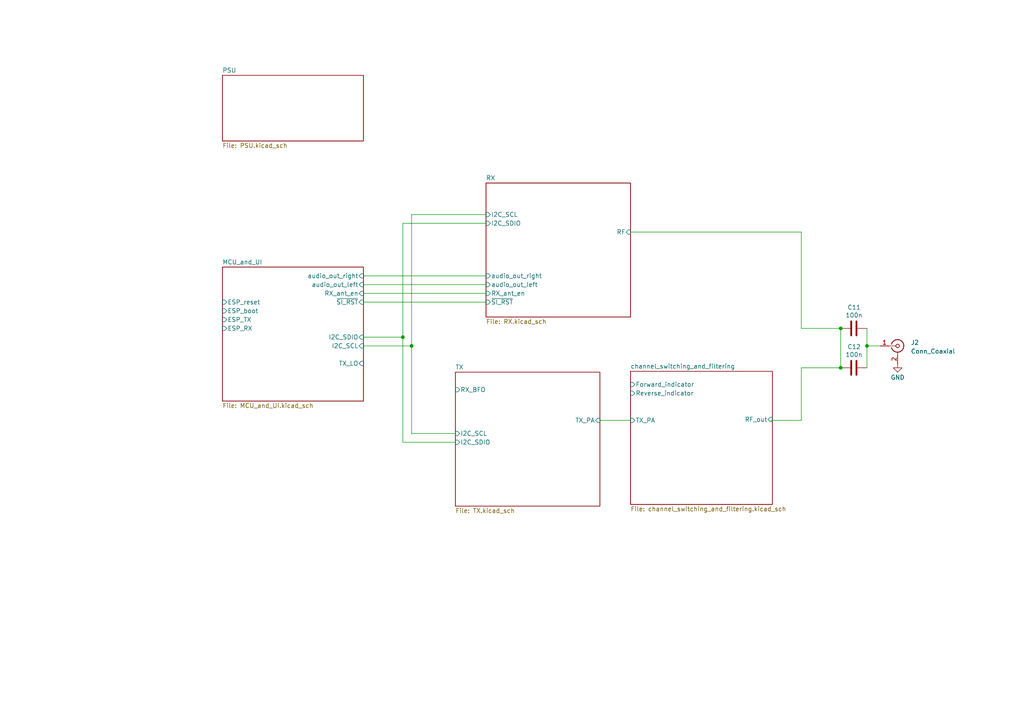
<source format=kicad_sch>
(kicad_sch
	(version 20231120)
	(generator "eeschema")
	(generator_version "8.0")
	(uuid "97fa5a9e-fea2-40ae-976c-23c41ffbf522")
	(paper "A4")
	(lib_symbols
		(symbol "Connector:Conn_Coaxial"
			(pin_names
				(offset 1.016) hide)
			(exclude_from_sim no)
			(in_bom yes)
			(on_board yes)
			(property "Reference" "J"
				(at 0.254 3.048 0)
				(effects
					(font
						(size 1.27 1.27)
					)
				)
			)
			(property "Value" "Conn_Coaxial"
				(at 2.921 0 90)
				(effects
					(font
						(size 1.27 1.27)
					)
				)
			)
			(property "Footprint" ""
				(at 0 0 0)
				(effects
					(font
						(size 1.27 1.27)
					)
					(hide yes)
				)
			)
			(property "Datasheet" "~"
				(at 0 0 0)
				(effects
					(font
						(size 1.27 1.27)
					)
					(hide yes)
				)
			)
			(property "Description" "coaxial connector (BNC, SMA, SMB, SMC, Cinch/RCA, LEMO, ...)"
				(at 0 0 0)
				(effects
					(font
						(size 1.27 1.27)
					)
					(hide yes)
				)
			)
			(property "ki_keywords" "BNC SMA SMB SMC LEMO coaxial connector CINCH RCA MCX MMCX U.FL UMRF"
				(at 0 0 0)
				(effects
					(font
						(size 1.27 1.27)
					)
					(hide yes)
				)
			)
			(property "ki_fp_filters" "*BNC* *SMA* *SMB* *SMC* *Cinch* *LEMO* *UMRF* *MCX* *U.FL*"
				(at 0 0 0)
				(effects
					(font
						(size 1.27 1.27)
					)
					(hide yes)
				)
			)
			(symbol "Conn_Coaxial_0_1"
				(arc
					(start -1.778 -0.508)
					(mid 0.2311 -1.8066)
					(end 1.778 0)
					(stroke
						(width 0.254)
						(type default)
					)
					(fill
						(type none)
					)
				)
				(polyline
					(pts
						(xy -2.54 0) (xy -0.508 0)
					)
					(stroke
						(width 0)
						(type default)
					)
					(fill
						(type none)
					)
				)
				(polyline
					(pts
						(xy 0 -2.54) (xy 0 -1.778)
					)
					(stroke
						(width 0)
						(type default)
					)
					(fill
						(type none)
					)
				)
				(circle
					(center 0 0)
					(radius 0.508)
					(stroke
						(width 0.2032)
						(type default)
					)
					(fill
						(type none)
					)
				)
				(arc
					(start 1.778 0)
					(mid 0.2099 1.8101)
					(end -1.778 0.508)
					(stroke
						(width 0.254)
						(type default)
					)
					(fill
						(type none)
					)
				)
			)
			(symbol "Conn_Coaxial_1_1"
				(pin passive line
					(at -5.08 0 0)
					(length 2.54)
					(name "In"
						(effects
							(font
								(size 1.27 1.27)
							)
						)
					)
					(number "1"
						(effects
							(font
								(size 1.27 1.27)
							)
						)
					)
				)
				(pin passive line
					(at 0 -5.08 90)
					(length 2.54)
					(name "Ext"
						(effects
							(font
								(size 1.27 1.27)
							)
						)
					)
					(number "2"
						(effects
							(font
								(size 1.27 1.27)
							)
						)
					)
				)
			)
		)
		(symbol "Device:C"
			(pin_numbers hide)
			(pin_names
				(offset 0.254)
			)
			(exclude_from_sim no)
			(in_bom yes)
			(on_board yes)
			(property "Reference" "C"
				(at 0.635 2.54 0)
				(effects
					(font
						(size 1.27 1.27)
					)
					(justify left)
				)
			)
			(property "Value" "C"
				(at 0.635 -2.54 0)
				(effects
					(font
						(size 1.27 1.27)
					)
					(justify left)
				)
			)
			(property "Footprint" ""
				(at 0.9652 -3.81 0)
				(effects
					(font
						(size 1.27 1.27)
					)
					(hide yes)
				)
			)
			(property "Datasheet" "~"
				(at 0 0 0)
				(effects
					(font
						(size 1.27 1.27)
					)
					(hide yes)
				)
			)
			(property "Description" "Unpolarized capacitor"
				(at 0 0 0)
				(effects
					(font
						(size 1.27 1.27)
					)
					(hide yes)
				)
			)
			(property "ki_keywords" "cap capacitor"
				(at 0 0 0)
				(effects
					(font
						(size 1.27 1.27)
					)
					(hide yes)
				)
			)
			(property "ki_fp_filters" "C_*"
				(at 0 0 0)
				(effects
					(font
						(size 1.27 1.27)
					)
					(hide yes)
				)
			)
			(symbol "C_0_1"
				(polyline
					(pts
						(xy -2.032 -0.762) (xy 2.032 -0.762)
					)
					(stroke
						(width 0.508)
						(type default)
					)
					(fill
						(type none)
					)
				)
				(polyline
					(pts
						(xy -2.032 0.762) (xy 2.032 0.762)
					)
					(stroke
						(width 0.508)
						(type default)
					)
					(fill
						(type none)
					)
				)
			)
			(symbol "C_1_1"
				(pin passive line
					(at 0 3.81 270)
					(length 2.794)
					(name "~"
						(effects
							(font
								(size 1.27 1.27)
							)
						)
					)
					(number "1"
						(effects
							(font
								(size 1.27 1.27)
							)
						)
					)
				)
				(pin passive line
					(at 0 -3.81 90)
					(length 2.794)
					(name "~"
						(effects
							(font
								(size 1.27 1.27)
							)
						)
					)
					(number "2"
						(effects
							(font
								(size 1.27 1.27)
							)
						)
					)
				)
			)
		)
		(symbol "power:GND"
			(power)
			(pin_numbers hide)
			(pin_names
				(offset 0) hide)
			(exclude_from_sim no)
			(in_bom yes)
			(on_board yes)
			(property "Reference" "#PWR"
				(at 0 -6.35 0)
				(effects
					(font
						(size 1.27 1.27)
					)
					(hide yes)
				)
			)
			(property "Value" "GND"
				(at 0 -3.81 0)
				(effects
					(font
						(size 1.27 1.27)
					)
				)
			)
			(property "Footprint" ""
				(at 0 0 0)
				(effects
					(font
						(size 1.27 1.27)
					)
					(hide yes)
				)
			)
			(property "Datasheet" ""
				(at 0 0 0)
				(effects
					(font
						(size 1.27 1.27)
					)
					(hide yes)
				)
			)
			(property "Description" "Power symbol creates a global label with name \"GND\" , ground"
				(at 0 0 0)
				(effects
					(font
						(size 1.27 1.27)
					)
					(hide yes)
				)
			)
			(property "ki_keywords" "global power"
				(at 0 0 0)
				(effects
					(font
						(size 1.27 1.27)
					)
					(hide yes)
				)
			)
			(symbol "GND_0_1"
				(polyline
					(pts
						(xy 0 0) (xy 0 -1.27) (xy 1.27 -1.27) (xy 0 -2.54) (xy -1.27 -1.27) (xy 0 -1.27)
					)
					(stroke
						(width 0)
						(type default)
					)
					(fill
						(type none)
					)
				)
			)
			(symbol "GND_1_1"
				(pin power_in line
					(at 0 0 270)
					(length 0)
					(name "~"
						(effects
							(font
								(size 1.27 1.27)
							)
						)
					)
					(number "1"
						(effects
							(font
								(size 1.27 1.27)
							)
						)
					)
				)
			)
		)
	)
	(junction
		(at 243.84 95.25)
		(diameter 0)
		(color 0 0 0 0)
		(uuid "12e92d29-e6b8-4118-a97e-84011fd24eef")
	)
	(junction
		(at 116.84 97.79)
		(diameter 0)
		(color 0 0 0 0)
		(uuid "6db24379-a0c7-4595-8258-876daedee901")
	)
	(junction
		(at 251.46 100.33)
		(diameter 0)
		(color 0 0 0 0)
		(uuid "79397fb3-6bb2-4cf3-9da4-37ddf981c071")
	)
	(junction
		(at 119.38 100.33)
		(diameter 0)
		(color 0 0 0 0)
		(uuid "8bbae01b-c269-4838-b1ec-aeb5debe1089")
	)
	(junction
		(at 243.84 106.68)
		(diameter 0)
		(color 0 0 0 0)
		(uuid "e13f83ef-fc7e-4927-bd11-b09a1ffce4cb")
	)
	(wire
		(pts
			(xy 119.38 125.73) (xy 132.08 125.73)
		)
		(stroke
			(width 0)
			(type default)
		)
		(uuid "02e1dc6b-4512-468c-8329-6b9bea839edb")
	)
	(wire
		(pts
			(xy 119.38 100.33) (xy 119.38 125.73)
		)
		(stroke
			(width 0)
			(type default)
		)
		(uuid "03e9d3ec-6bc4-4d54-8f2e-f4c8d3d32b18")
	)
	(wire
		(pts
			(xy 223.52 121.92) (xy 232.41 121.92)
		)
		(stroke
			(width 0)
			(type default)
		)
		(uuid "20a3378b-3f35-4c90-a8cd-842eb3fa435d")
	)
	(wire
		(pts
			(xy 251.46 100.33) (xy 251.46 106.68)
		)
		(stroke
			(width 0)
			(type default)
		)
		(uuid "265a89dd-8c69-4fa7-a474-b26643908bee")
	)
	(wire
		(pts
			(xy 119.38 100.33) (xy 105.41 100.33)
		)
		(stroke
			(width 0)
			(type default)
		)
		(uuid "2839db1c-f3e1-4cc9-b52c-6855d1c720ed")
	)
	(wire
		(pts
			(xy 119.38 62.23) (xy 119.38 100.33)
		)
		(stroke
			(width 0)
			(type default)
		)
		(uuid "380bc178-3aff-4a9b-9e66-4afc590b86b9")
	)
	(wire
		(pts
			(xy 182.88 67.31) (xy 232.41 67.31)
		)
		(stroke
			(width 0)
			(type default)
		)
		(uuid "470f417a-fda4-4e76-8972-6e818bb1bd63")
	)
	(wire
		(pts
			(xy 132.08 128.27) (xy 116.84 128.27)
		)
		(stroke
			(width 0)
			(type default)
		)
		(uuid "49b768f1-186a-465f-8085-644d4b3a9f6f")
	)
	(wire
		(pts
			(xy 232.41 67.31) (xy 232.41 95.25)
		)
		(stroke
			(width 0)
			(type default)
		)
		(uuid "513263b8-f98c-4aa5-8a62-ac379f758bec")
	)
	(wire
		(pts
			(xy 116.84 97.79) (xy 116.84 64.77)
		)
		(stroke
			(width 0)
			(type default)
		)
		(uuid "60fe5c37-e791-4a85-9a3f-cf1f14bc685f")
	)
	(wire
		(pts
			(xy 105.41 80.01) (xy 140.97 80.01)
		)
		(stroke
			(width 0)
			(type default)
		)
		(uuid "799ddd93-64ae-4da7-b6dc-2a4171753a98")
	)
	(wire
		(pts
			(xy 232.41 95.25) (xy 243.84 95.25)
		)
		(stroke
			(width 0)
			(type default)
		)
		(uuid "7ef725c5-72db-4aa6-9216-f2f4ce224fad")
	)
	(wire
		(pts
			(xy 105.41 87.63) (xy 140.97 87.63)
		)
		(stroke
			(width 0)
			(type default)
		)
		(uuid "7efbe095-58e4-4ff0-9ba7-b229da87cd95")
	)
	(wire
		(pts
			(xy 116.84 128.27) (xy 116.84 97.79)
		)
		(stroke
			(width 0)
			(type default)
		)
		(uuid "9385b361-1658-49f7-9208-a7d5ebcba90c")
	)
	(wire
		(pts
			(xy 243.84 95.25) (xy 243.84 106.68)
		)
		(stroke
			(width 0)
			(type default)
		)
		(uuid "a420b850-dcc0-4d92-abdd-f9a9e2a68f6a")
	)
	(wire
		(pts
			(xy 232.41 121.92) (xy 232.41 106.68)
		)
		(stroke
			(width 0)
			(type default)
		)
		(uuid "b0553fc1-03f9-405d-9cd4-7095095f499d")
	)
	(wire
		(pts
			(xy 232.41 106.68) (xy 243.84 106.68)
		)
		(stroke
			(width 0)
			(type default)
		)
		(uuid "c051ab17-cf2f-4ece-8975-3a90ab5fe7ce")
	)
	(wire
		(pts
			(xy 116.84 64.77) (xy 140.97 64.77)
		)
		(stroke
			(width 0)
			(type default)
		)
		(uuid "c458b1b7-b538-46c6-b193-2454db11e365")
	)
	(wire
		(pts
			(xy 140.97 62.23) (xy 119.38 62.23)
		)
		(stroke
			(width 0)
			(type default)
		)
		(uuid "d71c826f-44e5-4a51-ad42-612a71e90e8b")
	)
	(wire
		(pts
			(xy 105.41 82.55) (xy 140.97 82.55)
		)
		(stroke
			(width 0)
			(type default)
		)
		(uuid "da2e4629-6b29-4a8e-a303-006508c49deb")
	)
	(wire
		(pts
			(xy 255.27 100.33) (xy 251.46 100.33)
		)
		(stroke
			(width 0)
			(type default)
		)
		(uuid "dd40ee3e-45cf-4f67-88ba-28953e42ce55")
	)
	(wire
		(pts
			(xy 251.46 100.33) (xy 251.46 95.25)
		)
		(stroke
			(width 0)
			(type default)
		)
		(uuid "e43dfca9-efd9-470c-a2a8-6067107e143f")
	)
	(wire
		(pts
			(xy 105.41 85.09) (xy 140.97 85.09)
		)
		(stroke
			(width 0)
			(type default)
		)
		(uuid "e99c6e6d-6b66-4366-9b15-a93a45c0fd08")
	)
	(wire
		(pts
			(xy 173.99 121.92) (xy 182.88 121.92)
		)
		(stroke
			(width 0)
			(type default)
		)
		(uuid "ef5c4609-e001-4020-b4e0-ee6e75fe8f67")
	)
	(wire
		(pts
			(xy 105.41 97.79) (xy 116.84 97.79)
		)
		(stroke
			(width 0)
			(type default)
		)
		(uuid "f449fc94-2bb7-4e96-9325-0c17b3d2e940")
	)
	(symbol
		(lib_id "Connector:Conn_Coaxial")
		(at 260.35 100.33 0)
		(unit 1)
		(exclude_from_sim no)
		(in_bom yes)
		(on_board yes)
		(dnp no)
		(fields_autoplaced yes)
		(uuid "6b46d0d9-4b57-4997-aae5-f45e00dc43e6")
		(property "Reference" "J2"
			(at 264.16 99.3531 0)
			(effects
				(font
					(size 1.27 1.27)
				)
				(justify left)
			)
		)
		(property "Value" "Conn_Coaxial"
			(at 264.16 101.8931 0)
			(effects
				(font
					(size 1.27 1.27)
				)
				(justify left)
			)
		)
		(property "Footprint" "Connector_Coaxial:SMA_Amphenol_901-143_Horizontal"
			(at 260.35 100.33 0)
			(effects
				(font
					(size 1.27 1.27)
				)
				(hide yes)
			)
		)
		(property "Datasheet" "~"
			(at 260.35 100.33 0)
			(effects
				(font
					(size 1.27 1.27)
				)
				(hide yes)
			)
		)
		(property "Description" "coaxial connector (BNC, SMA, SMB, SMC, Cinch/RCA, LEMO, ...)"
			(at 260.35 100.33 0)
			(effects
				(font
					(size 1.27 1.27)
				)
				(hide yes)
			)
		)
		(pin "2"
			(uuid "4fddc4dd-8ac9-4db3-88a9-6e6e10a7ad4f")
		)
		(pin "1"
			(uuid "bd37f7d4-2936-463c-97a0-91ca2c7291d4")
		)
		(instances
			(project ""
				(path "/97fa5a9e-fea2-40ae-976c-23c41ffbf522"
					(reference "J2")
					(unit 1)
				)
			)
		)
	)
	(symbol
		(lib_id "power:GND")
		(at 260.35 105.41 0)
		(unit 1)
		(exclude_from_sim no)
		(in_bom yes)
		(on_board yes)
		(dnp no)
		(uuid "d484217d-e97a-40f6-95d8-eaef43db8110")
		(property "Reference" "#PWR012"
			(at 260.35 111.76 0)
			(effects
				(font
					(size 1.27 1.27)
				)
				(hide yes)
			)
		)
		(property "Value" "GND"
			(at 260.35 109.474 0)
			(effects
				(font
					(size 1.27 1.27)
				)
			)
		)
		(property "Footprint" ""
			(at 260.35 105.41 0)
			(effects
				(font
					(size 1.27 1.27)
				)
				(hide yes)
			)
		)
		(property "Datasheet" ""
			(at 260.35 105.41 0)
			(effects
				(font
					(size 1.27 1.27)
				)
				(hide yes)
			)
		)
		(property "Description" "Power symbol creates a global label with name \"GND\" , ground"
			(at 260.35 105.41 0)
			(effects
				(font
					(size 1.27 1.27)
				)
				(hide yes)
			)
		)
		(pin "1"
			(uuid "66dd3d99-c8fe-4686-bd9d-cb2053d31319")
		)
		(instances
			(project "summit_scourer"
				(path "/97fa5a9e-fea2-40ae-976c-23c41ffbf522"
					(reference "#PWR012")
					(unit 1)
				)
			)
		)
	)
	(symbol
		(lib_id "Device:C")
		(at 247.65 95.25 90)
		(mirror x)
		(unit 1)
		(exclude_from_sim no)
		(in_bom yes)
		(on_board yes)
		(dnp no)
		(uuid "d5c87684-4146-4d4c-b46e-6a242b966d8e")
		(property "Reference" "C11"
			(at 249.682 89.154 90)
			(effects
				(font
					(size 1.27 1.27)
				)
				(justify left)
			)
		)
		(property "Value" "100n"
			(at 250.19 91.44 90)
			(effects
				(font
					(size 1.27 1.27)
				)
				(justify left)
			)
		)
		(property "Footprint" "Capacitor_SMD:C_0603_1608Metric_Pad1.08x0.95mm_HandSolder"
			(at 251.46 96.2152 0)
			(effects
				(font
					(size 1.27 1.27)
				)
				(hide yes)
			)
		)
		(property "Datasheet" "~"
			(at 247.65 95.25 0)
			(effects
				(font
					(size 1.27 1.27)
				)
				(hide yes)
			)
		)
		(property "Description" "Unpolarized capacitor"
			(at 247.65 95.25 0)
			(effects
				(font
					(size 1.27 1.27)
				)
				(hide yes)
			)
		)
		(pin "1"
			(uuid "56300928-a97c-4463-81ee-44c7313efde8")
		)
		(pin "2"
			(uuid "41b261c6-6a8a-4f07-aa20-803d1b3105e5")
		)
		(instances
			(project "summit_scourer"
				(path "/97fa5a9e-fea2-40ae-976c-23c41ffbf522"
					(reference "C11")
					(unit 1)
				)
			)
		)
	)
	(symbol
		(lib_id "Device:C")
		(at 247.65 106.68 90)
		(mirror x)
		(unit 1)
		(exclude_from_sim no)
		(in_bom yes)
		(on_board yes)
		(dnp no)
		(uuid "f833e180-5ce7-4b1b-9520-660bd441b04e")
		(property "Reference" "C12"
			(at 249.682 100.584 90)
			(effects
				(font
					(size 1.27 1.27)
				)
				(justify left)
			)
		)
		(property "Value" "100n"
			(at 250.19 102.87 90)
			(effects
				(font
					(size 1.27 1.27)
				)
				(justify left)
			)
		)
		(property "Footprint" "Capacitor_SMD:C_0603_1608Metric_Pad1.08x0.95mm_HandSolder"
			(at 251.46 107.6452 0)
			(effects
				(font
					(size 1.27 1.27)
				)
				(hide yes)
			)
		)
		(property "Datasheet" "~"
			(at 247.65 106.68 0)
			(effects
				(font
					(size 1.27 1.27)
				)
				(hide yes)
			)
		)
		(property "Description" "Unpolarized capacitor"
			(at 247.65 106.68 0)
			(effects
				(font
					(size 1.27 1.27)
				)
				(hide yes)
			)
		)
		(pin "1"
			(uuid "c8e2e232-9b0e-4791-af94-9605bafbd556")
		)
		(pin "2"
			(uuid "2c06e7f9-eb2a-4dca-80f6-ace1ec55fbe8")
		)
		(instances
			(project "summit_scourer"
				(path "/97fa5a9e-fea2-40ae-976c-23c41ffbf522"
					(reference "C12")
					(unit 1)
				)
			)
		)
	)
	(sheet
		(at 64.516 21.844)
		(size 40.894 19.05)
		(fields_autoplaced yes)
		(stroke
			(width 0.1524)
			(type solid)
		)
		(fill
			(color 0 0 0 0.0000)
		)
		(uuid "1d0a60d9-2d86-4655-8a33-d513eb4f6fbd")
		(property "Sheetname" "PSU"
			(at 64.516 21.1324 0)
			(effects
				(font
					(size 1.27 1.27)
				)
				(justify left bottom)
			)
		)
		(property "Sheetfile" "PSU.kicad_sch"
			(at 64.516 41.4786 0)
			(effects
				(font
					(size 1.27 1.27)
				)
				(justify left top)
			)
		)
		(instances
			(project "summit_scourer"
				(path "/97fa5a9e-fea2-40ae-976c-23c41ffbf522"
					(page "6")
				)
			)
		)
	)
	(sheet
		(at 140.97 53.086)
		(size 41.91 38.862)
		(fields_autoplaced yes)
		(stroke
			(width 0.1524)
			(type solid)
		)
		(fill
			(color 0 0 0 0.0000)
		)
		(uuid "80025feb-5619-4de4-bda2-2c6e3934e4ae")
		(property "Sheetname" "RX"
			(at 140.97 52.3744 0)
			(effects
				(font
					(size 1.27 1.27)
				)
				(justify left bottom)
			)
		)
		(property "Sheetfile" "RX.kicad_sch"
			(at 140.97 92.5326 0)
			(effects
				(font
					(size 1.27 1.27)
				)
				(justify left top)
			)
		)
		(pin "RF" input
			(at 182.88 67.31 0)
			(effects
				(font
					(size 1.27 1.27)
				)
				(justify right)
			)
			(uuid "3bcda4b6-935f-435b-a490-30b45cac06bc")
		)
		(pin "RX_ant_en" input
			(at 140.97 85.09 180)
			(effects
				(font
					(size 1.27 1.27)
				)
				(justify left)
			)
			(uuid "40474a87-ee0b-4e99-b38a-2789845c3da8")
		)
		(pin "audio_out_left" input
			(at 140.97 82.55 180)
			(effects
				(font
					(size 1.27 1.27)
				)
				(justify left)
			)
			(uuid "e9e8d975-0e08-4dae-8362-8ece37e0a041")
		)
		(pin "audio_out_right" input
			(at 140.97 80.01 180)
			(effects
				(font
					(size 1.27 1.27)
				)
				(justify left)
			)
			(uuid "30915420-81b1-4396-a403-32f38c4b3673")
		)
		(pin "I2C_SCL" input
			(at 140.97 62.23 180)
			(effects
				(font
					(size 1.27 1.27)
				)
				(justify left)
			)
			(uuid "558df5d1-4a86-42cf-b642-a0da956af0a3")
		)
		(pin "I2C_SDIO" input
			(at 140.97 64.77 180)
			(effects
				(font
					(size 1.27 1.27)
				)
				(justify left)
			)
			(uuid "d20237f8-44ad-49bc-915b-cbc190c515e4")
		)
		(pin "~{SI_RST}" input
			(at 140.97 87.63 180)
			(effects
				(font
					(size 1.27 1.27)
				)
				(justify left)
			)
			(uuid "a51548fb-f0c8-458f-a13c-71c512529a9c")
		)
		(instances
			(project "summit_scourer"
				(path "/97fa5a9e-fea2-40ae-976c-23c41ffbf522"
					(page "3")
				)
			)
		)
	)
	(sheet
		(at 182.88 107.696)
		(size 41.148 38.608)
		(fields_autoplaced yes)
		(stroke
			(width 0.1524)
			(type solid)
		)
		(fill
			(color 0 0 0 0.0000)
		)
		(uuid "81fae784-0a44-4eb8-b71c-82dc4dd62ff5")
		(property "Sheetname" "channel_switching_and_filtering"
			(at 182.88 106.9844 0)
			(effects
				(font
					(size 1.27 1.27)
				)
				(justify left bottom)
			)
		)
		(property "Sheetfile" "channel_switching_and_filtering.kicad_sch"
			(at 182.88 146.8886 0)
			(effects
				(font
					(size 1.27 1.27)
				)
				(justify left top)
			)
		)
		(pin "Forward_indicator" input
			(at 182.88 111.506 180)
			(effects
				(font
					(size 1.27 1.27)
				)
				(justify left)
			)
			(uuid "cef3d406-bc0b-4169-a67b-2728ba3b2e78")
		)
		(pin "Reverse_indicator" input
			(at 182.88 114.046 180)
			(effects
				(font
					(size 1.27 1.27)
				)
				(justify left)
			)
			(uuid "006fc5fb-6ea5-447b-bb03-c37ee6201bf3")
		)
		(pin "RF_out" input
			(at 224.028 121.666 0)
			(effects
				(font
					(size 1.27 1.27)
				)
				(justify right)
			)
			(uuid "9846ee35-0ec4-4d26-a6e8-362c2a10f548")
		)
		(pin "TX_PA" input
			(at 182.88 121.92 180)
			(effects
				(font
					(size 1.27 1.27)
				)
				(justify left)
			)
			(uuid "2ca5d29a-d088-48e4-b3a4-0624b4444a26")
		)
		(instances
			(project "summit_scourer"
				(path "/97fa5a9e-fea2-40ae-976c-23c41ffbf522"
					(page "5")
				)
			)
		)
	)
	(sheet
		(at 64.516 77.47)
		(size 40.894 38.862)
		(fields_autoplaced yes)
		(stroke
			(width 0.1524)
			(type solid)
		)
		(fill
			(color 0 0 0 0.0000)
		)
		(uuid "9c59661f-2506-4efd-9bc6-e2f1b812693d")
		(property "Sheetname" "MCU_and_UI"
			(at 64.516 76.7584 0)
			(effects
				(font
					(size 1.27 1.27)
				)
				(justify left bottom)
			)
		)
		(property "Sheetfile" "MCU_and_UI.kicad_sch"
			(at 64.516 116.9166 0)
			(effects
				(font
					(size 1.27 1.27)
				)
				(justify left top)
			)
		)
		(pin "ESP_reset" input
			(at 64.516 87.63 180)
			(effects
				(font
					(size 1.27 1.27)
				)
				(justify left)
			)
			(uuid "e35438e3-1048-44ec-9225-77a17b2f8f62")
		)
		(pin "ESP_boot" input
			(at 64.516 90.17 180)
			(effects
				(font
					(size 1.27 1.27)
				)
				(justify left)
			)
			(uuid "f15e1742-980b-473f-a691-be8bdcb3d8fb")
		)
		(pin "ESP_TX" input
			(at 64.516 92.71 180)
			(effects
				(font
					(size 1.27 1.27)
				)
				(justify left)
			)
			(uuid "3207657d-9e4c-4e41-9e15-3ce90cc7ed1d")
		)
		(pin "ESP_RX" input
			(at 64.516 95.25 180)
			(effects
				(font
					(size 1.27 1.27)
				)
				(justify left)
			)
			(uuid "57bac705-c680-4685-8668-8149c244564d")
		)
		(pin "TX_LO" input
			(at 105.41 105.41 0)
			(effects
				(font
					(size 1.27 1.27)
				)
				(justify right)
			)
			(uuid "1a51da86-55bb-4fc1-893b-16d34c5f49b8")
		)
		(pin "audio_out_right" input
			(at 105.41 80.01 0)
			(effects
				(font
					(size 1.27 1.27)
				)
				(justify right)
			)
			(uuid "8a037eb4-8b51-4990-acc3-3b4dc9a47e9a")
		)
		(pin "audio_out_left" input
			(at 105.41 82.55 0)
			(effects
				(font
					(size 1.27 1.27)
				)
				(justify right)
			)
			(uuid "b6fea936-3b2c-49ea-845d-71ad67784d8a")
		)
		(pin "I2C_SDIO" input
			(at 105.41 97.79 0)
			(effects
				(font
					(size 1.27 1.27)
				)
				(justify right)
			)
			(uuid "77be971f-6df2-4090-9e69-63ce6b2c180a")
		)
		(pin "I2C_SCL" input
			(at 105.41 100.33 0)
			(effects
				(font
					(size 1.27 1.27)
				)
				(justify right)
			)
			(uuid "43f62155-678e-4db3-a82d-61864f6b6fa7")
		)
		(pin "RX_ant_en" input
			(at 105.41 85.09 0)
			(effects
				(font
					(size 1.27 1.27)
				)
				(justify right)
			)
			(uuid "08c15a97-92ef-4bda-84fa-a5d18728a0eb")
		)
		(pin "~{SI_RST}" input
			(at 105.41 87.63 0)
			(effects
				(font
					(size 1.27 1.27)
				)
				(justify right)
			)
			(uuid "ab29aa22-24c4-45a0-9647-18372d70c459")
		)
		(instances
			(project "summit_scourer"
				(path "/97fa5a9e-fea2-40ae-976c-23c41ffbf522"
					(page "2")
				)
			)
		)
	)
	(sheet
		(at 132.08 107.95)
		(size 41.91 38.862)
		(fields_autoplaced yes)
		(stroke
			(width 0.1524)
			(type solid)
		)
		(fill
			(color 0 0 0 0.0000)
		)
		(uuid "ca0b4637-7833-41cb-9c23-66bdf9156fd1")
		(property "Sheetname" "TX"
			(at 132.08 107.2384 0)
			(effects
				(font
					(size 1.27 1.27)
				)
				(justify left bottom)
			)
		)
		(property "Sheetfile" "TX.kicad_sch"
			(at 132.08 147.3966 0)
			(effects
				(font
					(size 1.27 1.27)
				)
				(justify left top)
			)
		)
		(pin "TX_PA" input
			(at 173.99 121.92 0)
			(effects
				(font
					(size 1.27 1.27)
				)
				(justify right)
			)
			(uuid "e9c4cbd4-c55c-4e66-8f1d-a6d47535ddfe")
		)
		(pin "I2C_SCL" input
			(at 132.08 125.73 180)
			(effects
				(font
					(size 1.27 1.27)
				)
				(justify left)
			)
			(uuid "3dd98390-783a-4664-93ca-51d397baf7da")
		)
		(pin "I2C_SDIO" input
			(at 132.08 128.27 180)
			(effects
				(font
					(size 1.27 1.27)
				)
				(justify left)
			)
			(uuid "0f711f17-8a39-4157-813f-30e7a7667e61")
		)
		(pin "RX_BFO" input
			(at 132.08 113.03 180)
			(effects
				(font
					(size 1.27 1.27)
				)
				(justify left)
			)
			(uuid "5c6a629c-7e34-4474-a31e-c28f3b1e6216")
		)
		(instances
			(project "summit_scourer"
				(path "/97fa5a9e-fea2-40ae-976c-23c41ffbf522"
					(page "4")
				)
			)
		)
	)
	(sheet_instances
		(path "/"
			(page "1")
		)
	)
)

</source>
